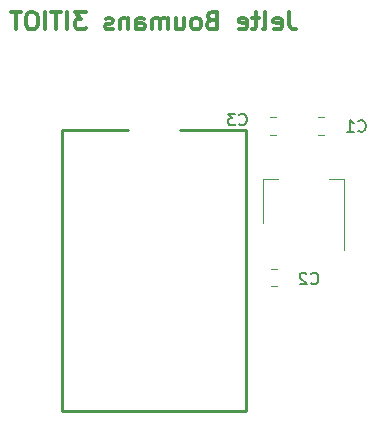
<source format=gbr>
%TF.GenerationSoftware,KiCad,Pcbnew,(6.0.8)*%
%TF.CreationDate,2022-10-14T21:05:54+02:00*%
%TF.ProjectId,Horloge,486f726c-6f67-4652-9e6b-696361645f70,rev?*%
%TF.SameCoordinates,Original*%
%TF.FileFunction,Legend,Bot*%
%TF.FilePolarity,Positive*%
%FSLAX46Y46*%
G04 Gerber Fmt 4.6, Leading zero omitted, Abs format (unit mm)*
G04 Created by KiCad (PCBNEW (6.0.8)) date 2022-10-14 21:05:54*
%MOMM*%
%LPD*%
G01*
G04 APERTURE LIST*
%ADD10C,0.300000*%
%ADD11C,0.150000*%
%ADD12C,0.120000*%
%ADD13C,0.254000*%
G04 APERTURE END LIST*
D10*
X163864285Y-79188571D02*
X163864285Y-80260000D01*
X163935714Y-80474285D01*
X164078571Y-80617142D01*
X164292857Y-80688571D01*
X164435714Y-80688571D01*
X162578571Y-80617142D02*
X162721428Y-80688571D01*
X163007142Y-80688571D01*
X163150000Y-80617142D01*
X163221428Y-80474285D01*
X163221428Y-79902857D01*
X163150000Y-79760000D01*
X163007142Y-79688571D01*
X162721428Y-79688571D01*
X162578571Y-79760000D01*
X162507142Y-79902857D01*
X162507142Y-80045714D01*
X163221428Y-80188571D01*
X161650000Y-80688571D02*
X161792857Y-80617142D01*
X161864285Y-80474285D01*
X161864285Y-79188571D01*
X161292857Y-79688571D02*
X160721428Y-79688571D01*
X161078571Y-79188571D02*
X161078571Y-80474285D01*
X161007142Y-80617142D01*
X160864285Y-80688571D01*
X160721428Y-80688571D01*
X159650000Y-80617142D02*
X159792857Y-80688571D01*
X160078571Y-80688571D01*
X160221428Y-80617142D01*
X160292857Y-80474285D01*
X160292857Y-79902857D01*
X160221428Y-79760000D01*
X160078571Y-79688571D01*
X159792857Y-79688571D01*
X159650000Y-79760000D01*
X159578571Y-79902857D01*
X159578571Y-80045714D01*
X160292857Y-80188571D01*
X157292857Y-79902857D02*
X157078571Y-79974285D01*
X157007142Y-80045714D01*
X156935714Y-80188571D01*
X156935714Y-80402857D01*
X157007142Y-80545714D01*
X157078571Y-80617142D01*
X157221428Y-80688571D01*
X157792857Y-80688571D01*
X157792857Y-79188571D01*
X157292857Y-79188571D01*
X157150000Y-79260000D01*
X157078571Y-79331428D01*
X157007142Y-79474285D01*
X157007142Y-79617142D01*
X157078571Y-79760000D01*
X157150000Y-79831428D01*
X157292857Y-79902857D01*
X157792857Y-79902857D01*
X156078571Y-80688571D02*
X156221428Y-80617142D01*
X156292857Y-80545714D01*
X156364285Y-80402857D01*
X156364285Y-79974285D01*
X156292857Y-79831428D01*
X156221428Y-79760000D01*
X156078571Y-79688571D01*
X155864285Y-79688571D01*
X155721428Y-79760000D01*
X155650000Y-79831428D01*
X155578571Y-79974285D01*
X155578571Y-80402857D01*
X155650000Y-80545714D01*
X155721428Y-80617142D01*
X155864285Y-80688571D01*
X156078571Y-80688571D01*
X154292857Y-79688571D02*
X154292857Y-80688571D01*
X154935714Y-79688571D02*
X154935714Y-80474285D01*
X154864285Y-80617142D01*
X154721428Y-80688571D01*
X154507142Y-80688571D01*
X154364285Y-80617142D01*
X154292857Y-80545714D01*
X153578571Y-80688571D02*
X153578571Y-79688571D01*
X153578571Y-79831428D02*
X153507142Y-79760000D01*
X153364285Y-79688571D01*
X153150000Y-79688571D01*
X153007142Y-79760000D01*
X152935714Y-79902857D01*
X152935714Y-80688571D01*
X152935714Y-79902857D02*
X152864285Y-79760000D01*
X152721428Y-79688571D01*
X152507142Y-79688571D01*
X152364285Y-79760000D01*
X152292857Y-79902857D01*
X152292857Y-80688571D01*
X150935714Y-80688571D02*
X150935714Y-79902857D01*
X151007142Y-79760000D01*
X151150000Y-79688571D01*
X151435714Y-79688571D01*
X151578571Y-79760000D01*
X150935714Y-80617142D02*
X151078571Y-80688571D01*
X151435714Y-80688571D01*
X151578571Y-80617142D01*
X151650000Y-80474285D01*
X151650000Y-80331428D01*
X151578571Y-80188571D01*
X151435714Y-80117142D01*
X151078571Y-80117142D01*
X150935714Y-80045714D01*
X150221428Y-79688571D02*
X150221428Y-80688571D01*
X150221428Y-79831428D02*
X150150000Y-79760000D01*
X150007142Y-79688571D01*
X149792857Y-79688571D01*
X149650000Y-79760000D01*
X149578571Y-79902857D01*
X149578571Y-80688571D01*
X148935714Y-80617142D02*
X148792857Y-80688571D01*
X148507142Y-80688571D01*
X148364285Y-80617142D01*
X148292857Y-80474285D01*
X148292857Y-80402857D01*
X148364285Y-80260000D01*
X148507142Y-80188571D01*
X148721428Y-80188571D01*
X148864285Y-80117142D01*
X148935714Y-79974285D01*
X148935714Y-79902857D01*
X148864285Y-79760000D01*
X148721428Y-79688571D01*
X148507142Y-79688571D01*
X148364285Y-79760000D01*
X146650000Y-79188571D02*
X145721428Y-79188571D01*
X146221428Y-79760000D01*
X146007142Y-79760000D01*
X145864285Y-79831428D01*
X145792857Y-79902857D01*
X145721428Y-80045714D01*
X145721428Y-80402857D01*
X145792857Y-80545714D01*
X145864285Y-80617142D01*
X146007142Y-80688571D01*
X146435714Y-80688571D01*
X146578571Y-80617142D01*
X146650000Y-80545714D01*
X145078571Y-80688571D02*
X145078571Y-79188571D01*
X144578571Y-79188571D02*
X143721428Y-79188571D01*
X144150000Y-80688571D02*
X144150000Y-79188571D01*
X143221428Y-80688571D02*
X143221428Y-79188571D01*
X142221428Y-79188571D02*
X141935714Y-79188571D01*
X141792857Y-79260000D01*
X141650000Y-79402857D01*
X141578571Y-79688571D01*
X141578571Y-80188571D01*
X141650000Y-80474285D01*
X141792857Y-80617142D01*
X141935714Y-80688571D01*
X142221428Y-80688571D01*
X142364285Y-80617142D01*
X142507142Y-80474285D01*
X142578571Y-80188571D01*
X142578571Y-79688571D01*
X142507142Y-79402857D01*
X142364285Y-79260000D01*
X142221428Y-79188571D01*
X141150000Y-79188571D02*
X140292857Y-79188571D01*
X140721428Y-80688571D02*
X140721428Y-79188571D01*
D11*
%TO.C,C3*%
X159642465Y-88714112D02*
X159690084Y-88761731D01*
X159832941Y-88809350D01*
X159928179Y-88809350D01*
X160071037Y-88761731D01*
X160166275Y-88666493D01*
X160213894Y-88571255D01*
X160261513Y-88380779D01*
X160261513Y-88237922D01*
X160213894Y-88047446D01*
X160166275Y-87952208D01*
X160071037Y-87856970D01*
X159928179Y-87809350D01*
X159832941Y-87809350D01*
X159690084Y-87856970D01*
X159642465Y-87904589D01*
X159309132Y-87809350D02*
X158690084Y-87809350D01*
X159023418Y-88190303D01*
X158880560Y-88190303D01*
X158785322Y-88237922D01*
X158737703Y-88285541D01*
X158690084Y-88380779D01*
X158690084Y-88618874D01*
X158737703Y-88714112D01*
X158785322Y-88761731D01*
X158880560Y-88809350D01*
X159166275Y-88809350D01*
X159261513Y-88761731D01*
X159309132Y-88714112D01*
%TO.C,C2*%
X165713367Y-102174484D02*
X165760986Y-102222103D01*
X165903843Y-102269722D01*
X165999081Y-102269722D01*
X166141939Y-102222103D01*
X166237177Y-102126865D01*
X166284796Y-102031627D01*
X166332415Y-101841151D01*
X166332415Y-101698294D01*
X166284796Y-101507818D01*
X166237177Y-101412580D01*
X166141939Y-101317342D01*
X165999081Y-101269722D01*
X165903843Y-101269722D01*
X165760986Y-101317342D01*
X165713367Y-101364961D01*
X165332415Y-101364961D02*
X165284796Y-101317342D01*
X165189558Y-101269722D01*
X164951462Y-101269722D01*
X164856224Y-101317342D01*
X164808605Y-101364961D01*
X164760986Y-101460199D01*
X164760986Y-101555437D01*
X164808605Y-101698294D01*
X165380034Y-102269722D01*
X164760986Y-102269722D01*
%TO.C,C1*%
X169724008Y-89263515D02*
X169771627Y-89311134D01*
X169914484Y-89358753D01*
X170009722Y-89358753D01*
X170152580Y-89311134D01*
X170247818Y-89215896D01*
X170295437Y-89120658D01*
X170343056Y-88930182D01*
X170343056Y-88787325D01*
X170295437Y-88596849D01*
X170247818Y-88501611D01*
X170152580Y-88406373D01*
X170009722Y-88358753D01*
X169914484Y-88358753D01*
X169771627Y-88406373D01*
X169724008Y-88453992D01*
X168771627Y-89358753D02*
X169343056Y-89358753D01*
X169057342Y-89358753D02*
X169057342Y-88358753D01*
X169152580Y-88501611D01*
X169247818Y-88596849D01*
X169343056Y-88644468D01*
D12*
%TO.C,C3*%
X162738841Y-88131156D02*
X162216337Y-88131156D01*
X162738841Y-89601156D02*
X162216337Y-89601156D01*
%TO.C,C2*%
X162847785Y-100960651D02*
X162325281Y-100960651D01*
X162847785Y-102430651D02*
X162325281Y-102430651D01*
D13*
%TO.C,BTe*%
X144600000Y-89235000D02*
X144600000Y-113025000D01*
X144600000Y-89235000D02*
X150200000Y-89235000D01*
X144600000Y-113025000D02*
X160200000Y-113025000D01*
X160200000Y-113025000D02*
X160200000Y-89235000D01*
X160200000Y-89235000D02*
X154600000Y-89235000D01*
D12*
%TO.C,U2*%
X161690000Y-93340000D02*
X162950000Y-93340000D01*
X168510000Y-93340000D02*
X167250000Y-93340000D01*
X161690000Y-97100000D02*
X161690000Y-93340000D01*
X168510000Y-99350000D02*
X168510000Y-93340000D01*
%TO.C,C1*%
X166851819Y-89586432D02*
X166329315Y-89586432D01*
X166851819Y-88116432D02*
X166329315Y-88116432D01*
%TD*%
M02*

</source>
